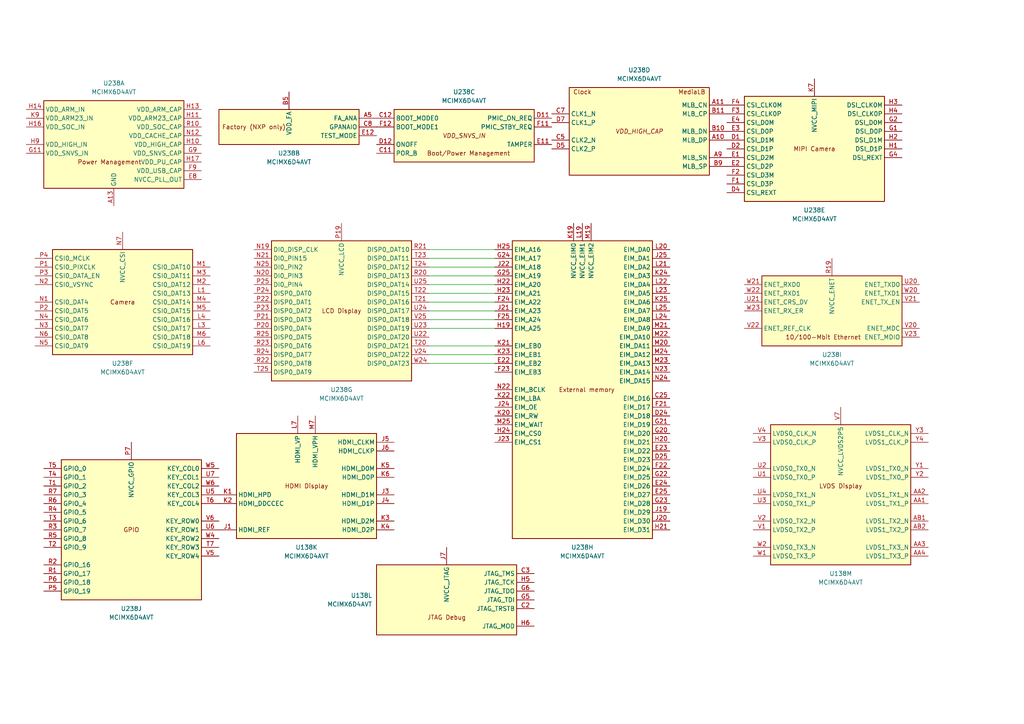
<source format=kicad_sch>
(kicad_sch (version 20250114) (generator "eeschema") (generator_version "9.0")
  (paper "A4")
  (wire (pts (xy 143.51 90.17) (xy 124.46 90.17)))
  (wire (pts (xy 143.51 82.55) (xy 124.46 82.55)))
  (wire (pts (xy 143.51 105.41) (xy 124.46 105.41)))
  (wire (pts (xy 143.51 77.47) (xy 124.46 77.47)))
  (wire (pts (xy 143.51 95.25) (xy 124.46 95.25)))
  (wire (pts (xy 143.51 74.93) (xy 124.46 74.93)))
  (wire (pts (xy 143.51 85.09) (xy 124.46 85.09)))
  (wire (pts (xy 143.51 92.71) (xy 124.46 92.71)))
  (wire (pts (xy 143.51 80.01) (xy 124.46 80.01)))
  (wire (pts (xy 143.51 72.39) (xy 124.46 72.39)))
  (wire (pts (xy 143.51 87.63) (xy 124.46 87.63)))
  (wire (pts (xy 143.51 102.87) (xy 124.46 102.87)))
  (wire (pts (xy 143.51 100.33) (xy 124.46 100.33)))
  (symbol (lib_id "CPU_NXP_IMX:MCIMX6D4AVT") (at 38.1 153.67 0) (unit 10)
    (property "Reference" "U238" (at 38.1 176.53 0))
    (property "Value" "MCIMX6D4AVT" (at 38.1 179.07 0))
    (property "Footprint" "Package_BGA:BGA-624_21x21mm_Layout25x25_P0.8mm" (effects (hide yes)))
    (property "Datasheet" "https://www.nxp.com/docs/en/data-sheet/IMX6DQAEC.pdf" (effects (hide yes)))
    (property "Description" "i.MX 6Dual Automotive and Infotainment Application Processor, BGA-624" (effects (hide yes)))
  )
  (symbol (lib_id "CPU_NXP_IMX:MCIMX6D4AVT") (at 243.84 143.51 0) (unit 13)
    (property "Reference" "U138" (at 243.84 166.37 0))
    (property "Value" "MCIMX6D4AVT" (at 243.84 168.91 0))
    (property "Footprint" "Package_BGA:BGA-624_21x21mm_Layout25x25_P0.8mm" (effects (hide yes)))
    (property "Datasheet" "https://www.nxp.com/docs/en/data-sheet/IMX6DQAEC.pdf" (effects (hide yes)))
    (property "Description" "i.MX 6Dual Automotive and Infotainment Application Processor, BGA-624" (effects (hide yes)))
  )
  (symbol (lib_id "CPU_NXP_IMX:MCIMX6D4AVT") (at 134.62 39.37 0) (unit 3)
    (property "Reference" "U238" (at 134.62 26.67 0))
    (property "Value" "MCIMX6D4AVT" (at 134.62 29.21 0))
    (property "Footprint" "Package_BGA:BGA-624_21x21mm_Layout25x25_P0.8mm" (effects (hide yes)))
    (property "Datasheet" "https://www.nxp.com/docs/en/data-sheet/IMX6DQAEC.pdf" (effects (hide yes)))
    (property "Description" "i.MX 6Dual Automotive and Infotainment Application Processor, BGA-624" (effects (hide yes)))
  )
  (symbol (lib_id "CPU_NXP_IMX:MCIMX6D4AVT") (at 241.3 90.17 0) (unit 9)
    (property "Reference" "U238" (at 241.3 102.87 0))
    (property "Value" "MCIMX6D4AVT" (at 241.3 105.41 0))
    (property "Footprint" "Package_BGA:BGA-624_21x21mm_Layout25x25_P0.8mm" (effects (hide yes)))
    (property "Datasheet" "https://www.nxp.com/docs/en/data-sheet/IMX6DQAEC.pdf" (effects (hide yes)))
    (property "Description" "i.MX 6Dual Automotive and Infotainment Application Processor, BGA-624" (effects (hide yes)))
  )
  (symbol (lib_id "CPU_NXP_IMX:MCIMX6D4AVT") (at 236.22 43.18 0) (unit 5)
    (property "Reference" "U238" (at 236.22 60.96 0))
    (property "Value" "MCIMX6D4AVT" (at 236.22 63.5 0))
    (property "Footprint" "Package_BGA:BGA-624_21x21mm_Layout25x25_P0.8mm" (effects (hide yes)))
    (property "Datasheet" "https://www.nxp.com/docs/en/data-sheet/IMX6DQAEC.pdf" (effects (hide yes)))
    (property "Description" "i.MX 6Dual Automotive and Infotainment Application Processor, BGA-624" (effects (hide yes)))
  )
  (symbol (lib_id "CPU_NXP_IMX:MCIMX6D4AVT") (at 35.56 87.63 0) (unit 6)
    (property "Reference" "U238" (at 35.56 105.41 0))
    (property "Value" "MCIMX6D4AVT" (at 35.56 107.95 0))
    (property "Footprint" "Package_BGA:BGA-624_21x21mm_Layout25x25_P0.8mm" (effects (hide yes)))
    (property "Datasheet" "https://www.nxp.com/docs/en/data-sheet/IMX6DQAEC.pdf" (effects (hide yes)))
    (property "Description" "i.MX 6Dual Automotive and Infotainment Application Processor, BGA-624" (effects (hide yes)))
  )
  (symbol (lib_id "CPU_NXP_IMX:MCIMX6D4AVT") (at 99.06 90.17 0) (unit 7)
    (property "Reference" "U238" (at 99.06 113.03 0))
    (property "Value" "MCIMX6D4AVT" (at 99.06 115.57 0))
    (property "Footprint" "Package_BGA:BGA-624_21x21mm_Layout25x25_P0.8mm" (effects (hide yes)))
    (property "Datasheet" "https://www.nxp.com/docs/en/data-sheet/IMX6DQAEC.pdf" (effects (hide yes)))
    (property "Description" "i.MX 6Dual Automotive and Infotainment Application Processor, BGA-624" (effects (hide yes)))
  )
  (symbol (lib_id "CPU_NXP_IMX:MCIMX6D4AVT") (at 129.54 173.99 0) (unit 12)
    (property "Reference" "U138" (at 107.95 172.7199 0) (effects (justify right)))
    (property "Value" "MCIMX6D4AVT" (at 107.95 175.2599 0) (effects (justify right)))
    (property "Footprint" "Package_BGA:BGA-624_21x21mm_Layout25x25_P0.8mm" (effects (hide yes)))
    (property "Datasheet" "https://www.nxp.com/docs/en/data-sheet/IMX6DQAEC.pdf" (effects (hide yes)))
    (property "Description" "i.MX 6Dual Automotive and Infotainment Application Processor, BGA-624" (effects (hide yes)))
  )
  (symbol (lib_id "CPU_NXP_IMX:MCIMX6D4AVT") (at 168.91 113.03 0) (unit 8)
    (property "Reference" "U238" (at 168.91 158.75 0))
    (property "Value" "MCIMX6D4AVT" (at 168.91 161.29 0))
    (property "Footprint" "Package_BGA:BGA-624_21x21mm_Layout25x25_P0.8mm" (effects (hide yes)))
    (property "Datasheet" "https://www.nxp.com/docs/en/data-sheet/IMX6DQAEC.pdf" (effects (hide yes)))
    (property "Description" "i.MX 6Dual Automotive and Infotainment Application Processor, BGA-624" (effects (hide yes)))
  )
  (symbol (lib_id "CPU_NXP_IMX:MCIMX6D4AVT") (at 88.9 140.97 0) (unit 11)
    (property "Reference" "U138" (at 88.9 158.75 0))
    (property "Value" "MCIMX6D4AVT" (at 88.9 161.29 0))
    (property "Footprint" "Package_BGA:BGA-624_21x21mm_Layout25x25_P0.8mm" (effects (hide yes)))
    (property "Datasheet" "https://www.nxp.com/docs/en/data-sheet/IMX6DQAEC.pdf" (effects (hide yes)))
    (property "Description" "i.MX 6Dual Automotive and Infotainment Application Processor, BGA-624" (effects (hide yes)))
  )
  (symbol (lib_id "CPU_NXP_IMX:MCIMX6D4AVT") (at 83.82 36.83 0) (unit 2)
    (property "Reference" "U238" (at 83.82 44.45 0))
    (property "Value" "MCIMX6D4AVT" (at 83.82 46.99 0))
    (property "Footprint" "Package_BGA:BGA-624_21x21mm_Layout25x25_P0.8mm" (effects (hide yes)))
    (property "Datasheet" "https://www.nxp.com/docs/en/data-sheet/IMX6DQAEC.pdf" (effects (hide yes)))
    (property "Description" "i.MX 6Dual Automotive and Infotainment Application Processor, BGA-624" (effects (hide yes)))
  )
  (symbol (lib_id "CPU_NXP_IMX:MCIMX6D4AVT") (at 185.42 38.1 0) (unit 4)
    (property "Reference" "U238" (at 185.42 20.32 0))
    (property "Value" "MCIMX6D4AVT" (at 185.42 22.86 0))
    (property "Footprint" "Package_BGA:BGA-624_21x21mm_Layout25x25_P0.8mm" (effects (hide yes)))
    (property "Datasheet" "https://www.nxp.com/docs/en/data-sheet/IMX6DQAEC.pdf" (effects (hide yes)))
    (property "Description" "i.MX 6Dual Automotive and Infotainment Application Processor, BGA-624" (effects (hide yes)))
  )
  (symbol (lib_id "CPU_NXP_IMX:MCIMX6D4AVT") (at 33.02 41.91 0) (unit 1)
    (property "Reference" "U238" (at 33.02 24.13 0))
    (property "Value" "MCIMX6D4AVT" (at 33.02 26.67 0))
    (property "Footprint" "Package_BGA:BGA-624_21x21mm_Layout25x25_P0.8mm" (effects (hide yes)))
    (property "Datasheet" "https://www.nxp.com/docs/en/data-sheet/IMX6DQAEC.pdf" (effects (hide yes)))
    (property "Description" "i.MX 6Dual Automotive and Infotainment Application Processor, BGA-624" (effects (hide yes)))
  )
)
</source>
